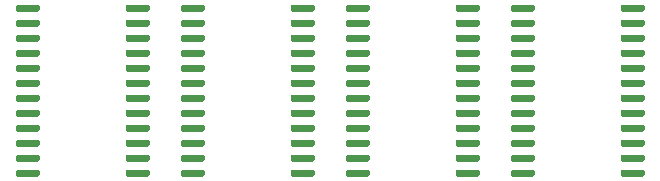
<source format=gbr>
%TF.GenerationSoftware,KiCad,Pcbnew,(5.1.10)-1*%
%TF.CreationDate,2021-07-09T12:12:20-04:00*%
%TF.ProjectId,RICM_pico,5249434d-5f70-4696-936f-2e6b69636164,rev?*%
%TF.SameCoordinates,Original*%
%TF.FileFunction,Paste,Top*%
%TF.FilePolarity,Positive*%
%FSLAX46Y46*%
G04 Gerber Fmt 4.6, Leading zero omitted, Abs format (unit mm)*
G04 Created by KiCad (PCBNEW (5.1.10)-1) date 2021-07-09 12:12:20*
%MOMM*%
%LPD*%
G01*
G04 APERTURE LIST*
G04 APERTURE END LIST*
%TO.C,U5*%
G36*
G01*
X170281000Y-121473000D02*
X170281000Y-121773000D01*
G75*
G02*
X170131000Y-121923000I-150000J0D01*
G01*
X168381000Y-121923000D01*
G75*
G02*
X168231000Y-121773000I0J150000D01*
G01*
X168231000Y-121473000D01*
G75*
G02*
X168381000Y-121323000I150000J0D01*
G01*
X170131000Y-121323000D01*
G75*
G02*
X170281000Y-121473000I0J-150000D01*
G01*
G37*
G36*
G01*
X170281000Y-120203000D02*
X170281000Y-120503000D01*
G75*
G02*
X170131000Y-120653000I-150000J0D01*
G01*
X168381000Y-120653000D01*
G75*
G02*
X168231000Y-120503000I0J150000D01*
G01*
X168231000Y-120203000D01*
G75*
G02*
X168381000Y-120053000I150000J0D01*
G01*
X170131000Y-120053000D01*
G75*
G02*
X170281000Y-120203000I0J-150000D01*
G01*
G37*
G36*
G01*
X170281000Y-118933000D02*
X170281000Y-119233000D01*
G75*
G02*
X170131000Y-119383000I-150000J0D01*
G01*
X168381000Y-119383000D01*
G75*
G02*
X168231000Y-119233000I0J150000D01*
G01*
X168231000Y-118933000D01*
G75*
G02*
X168381000Y-118783000I150000J0D01*
G01*
X170131000Y-118783000D01*
G75*
G02*
X170281000Y-118933000I0J-150000D01*
G01*
G37*
G36*
G01*
X170281000Y-117663000D02*
X170281000Y-117963000D01*
G75*
G02*
X170131000Y-118113000I-150000J0D01*
G01*
X168381000Y-118113000D01*
G75*
G02*
X168231000Y-117963000I0J150000D01*
G01*
X168231000Y-117663000D01*
G75*
G02*
X168381000Y-117513000I150000J0D01*
G01*
X170131000Y-117513000D01*
G75*
G02*
X170281000Y-117663000I0J-150000D01*
G01*
G37*
G36*
G01*
X170281000Y-116393000D02*
X170281000Y-116693000D01*
G75*
G02*
X170131000Y-116843000I-150000J0D01*
G01*
X168381000Y-116843000D01*
G75*
G02*
X168231000Y-116693000I0J150000D01*
G01*
X168231000Y-116393000D01*
G75*
G02*
X168381000Y-116243000I150000J0D01*
G01*
X170131000Y-116243000D01*
G75*
G02*
X170281000Y-116393000I0J-150000D01*
G01*
G37*
G36*
G01*
X170281000Y-115123000D02*
X170281000Y-115423000D01*
G75*
G02*
X170131000Y-115573000I-150000J0D01*
G01*
X168381000Y-115573000D01*
G75*
G02*
X168231000Y-115423000I0J150000D01*
G01*
X168231000Y-115123000D01*
G75*
G02*
X168381000Y-114973000I150000J0D01*
G01*
X170131000Y-114973000D01*
G75*
G02*
X170281000Y-115123000I0J-150000D01*
G01*
G37*
G36*
G01*
X170281000Y-113853000D02*
X170281000Y-114153000D01*
G75*
G02*
X170131000Y-114303000I-150000J0D01*
G01*
X168381000Y-114303000D01*
G75*
G02*
X168231000Y-114153000I0J150000D01*
G01*
X168231000Y-113853000D01*
G75*
G02*
X168381000Y-113703000I150000J0D01*
G01*
X170131000Y-113703000D01*
G75*
G02*
X170281000Y-113853000I0J-150000D01*
G01*
G37*
G36*
G01*
X170281000Y-112583000D02*
X170281000Y-112883000D01*
G75*
G02*
X170131000Y-113033000I-150000J0D01*
G01*
X168381000Y-113033000D01*
G75*
G02*
X168231000Y-112883000I0J150000D01*
G01*
X168231000Y-112583000D01*
G75*
G02*
X168381000Y-112433000I150000J0D01*
G01*
X170131000Y-112433000D01*
G75*
G02*
X170281000Y-112583000I0J-150000D01*
G01*
G37*
G36*
G01*
X170281000Y-111313000D02*
X170281000Y-111613000D01*
G75*
G02*
X170131000Y-111763000I-150000J0D01*
G01*
X168381000Y-111763000D01*
G75*
G02*
X168231000Y-111613000I0J150000D01*
G01*
X168231000Y-111313000D01*
G75*
G02*
X168381000Y-111163000I150000J0D01*
G01*
X170131000Y-111163000D01*
G75*
G02*
X170281000Y-111313000I0J-150000D01*
G01*
G37*
G36*
G01*
X170281000Y-110043000D02*
X170281000Y-110343000D01*
G75*
G02*
X170131000Y-110493000I-150000J0D01*
G01*
X168381000Y-110493000D01*
G75*
G02*
X168231000Y-110343000I0J150000D01*
G01*
X168231000Y-110043000D01*
G75*
G02*
X168381000Y-109893000I150000J0D01*
G01*
X170131000Y-109893000D01*
G75*
G02*
X170281000Y-110043000I0J-150000D01*
G01*
G37*
G36*
G01*
X170281000Y-108773000D02*
X170281000Y-109073000D01*
G75*
G02*
X170131000Y-109223000I-150000J0D01*
G01*
X168381000Y-109223000D01*
G75*
G02*
X168231000Y-109073000I0J150000D01*
G01*
X168231000Y-108773000D01*
G75*
G02*
X168381000Y-108623000I150000J0D01*
G01*
X170131000Y-108623000D01*
G75*
G02*
X170281000Y-108773000I0J-150000D01*
G01*
G37*
G36*
G01*
X170281000Y-107503000D02*
X170281000Y-107803000D01*
G75*
G02*
X170131000Y-107953000I-150000J0D01*
G01*
X168381000Y-107953000D01*
G75*
G02*
X168231000Y-107803000I0J150000D01*
G01*
X168231000Y-107503000D01*
G75*
G02*
X168381000Y-107353000I150000J0D01*
G01*
X170131000Y-107353000D01*
G75*
G02*
X170281000Y-107503000I0J-150000D01*
G01*
G37*
G36*
G01*
X160981000Y-107503000D02*
X160981000Y-107803000D01*
G75*
G02*
X160831000Y-107953000I-150000J0D01*
G01*
X159081000Y-107953000D01*
G75*
G02*
X158931000Y-107803000I0J150000D01*
G01*
X158931000Y-107503000D01*
G75*
G02*
X159081000Y-107353000I150000J0D01*
G01*
X160831000Y-107353000D01*
G75*
G02*
X160981000Y-107503000I0J-150000D01*
G01*
G37*
G36*
G01*
X160981000Y-108773000D02*
X160981000Y-109073000D01*
G75*
G02*
X160831000Y-109223000I-150000J0D01*
G01*
X159081000Y-109223000D01*
G75*
G02*
X158931000Y-109073000I0J150000D01*
G01*
X158931000Y-108773000D01*
G75*
G02*
X159081000Y-108623000I150000J0D01*
G01*
X160831000Y-108623000D01*
G75*
G02*
X160981000Y-108773000I0J-150000D01*
G01*
G37*
G36*
G01*
X160981000Y-110043000D02*
X160981000Y-110343000D01*
G75*
G02*
X160831000Y-110493000I-150000J0D01*
G01*
X159081000Y-110493000D01*
G75*
G02*
X158931000Y-110343000I0J150000D01*
G01*
X158931000Y-110043000D01*
G75*
G02*
X159081000Y-109893000I150000J0D01*
G01*
X160831000Y-109893000D01*
G75*
G02*
X160981000Y-110043000I0J-150000D01*
G01*
G37*
G36*
G01*
X160981000Y-111313000D02*
X160981000Y-111613000D01*
G75*
G02*
X160831000Y-111763000I-150000J0D01*
G01*
X159081000Y-111763000D01*
G75*
G02*
X158931000Y-111613000I0J150000D01*
G01*
X158931000Y-111313000D01*
G75*
G02*
X159081000Y-111163000I150000J0D01*
G01*
X160831000Y-111163000D01*
G75*
G02*
X160981000Y-111313000I0J-150000D01*
G01*
G37*
G36*
G01*
X160981000Y-112583000D02*
X160981000Y-112883000D01*
G75*
G02*
X160831000Y-113033000I-150000J0D01*
G01*
X159081000Y-113033000D01*
G75*
G02*
X158931000Y-112883000I0J150000D01*
G01*
X158931000Y-112583000D01*
G75*
G02*
X159081000Y-112433000I150000J0D01*
G01*
X160831000Y-112433000D01*
G75*
G02*
X160981000Y-112583000I0J-150000D01*
G01*
G37*
G36*
G01*
X160981000Y-113853000D02*
X160981000Y-114153000D01*
G75*
G02*
X160831000Y-114303000I-150000J0D01*
G01*
X159081000Y-114303000D01*
G75*
G02*
X158931000Y-114153000I0J150000D01*
G01*
X158931000Y-113853000D01*
G75*
G02*
X159081000Y-113703000I150000J0D01*
G01*
X160831000Y-113703000D01*
G75*
G02*
X160981000Y-113853000I0J-150000D01*
G01*
G37*
G36*
G01*
X160981000Y-115123000D02*
X160981000Y-115423000D01*
G75*
G02*
X160831000Y-115573000I-150000J0D01*
G01*
X159081000Y-115573000D01*
G75*
G02*
X158931000Y-115423000I0J150000D01*
G01*
X158931000Y-115123000D01*
G75*
G02*
X159081000Y-114973000I150000J0D01*
G01*
X160831000Y-114973000D01*
G75*
G02*
X160981000Y-115123000I0J-150000D01*
G01*
G37*
G36*
G01*
X160981000Y-116393000D02*
X160981000Y-116693000D01*
G75*
G02*
X160831000Y-116843000I-150000J0D01*
G01*
X159081000Y-116843000D01*
G75*
G02*
X158931000Y-116693000I0J150000D01*
G01*
X158931000Y-116393000D01*
G75*
G02*
X159081000Y-116243000I150000J0D01*
G01*
X160831000Y-116243000D01*
G75*
G02*
X160981000Y-116393000I0J-150000D01*
G01*
G37*
G36*
G01*
X160981000Y-117663000D02*
X160981000Y-117963000D01*
G75*
G02*
X160831000Y-118113000I-150000J0D01*
G01*
X159081000Y-118113000D01*
G75*
G02*
X158931000Y-117963000I0J150000D01*
G01*
X158931000Y-117663000D01*
G75*
G02*
X159081000Y-117513000I150000J0D01*
G01*
X160831000Y-117513000D01*
G75*
G02*
X160981000Y-117663000I0J-150000D01*
G01*
G37*
G36*
G01*
X160981000Y-118933000D02*
X160981000Y-119233000D01*
G75*
G02*
X160831000Y-119383000I-150000J0D01*
G01*
X159081000Y-119383000D01*
G75*
G02*
X158931000Y-119233000I0J150000D01*
G01*
X158931000Y-118933000D01*
G75*
G02*
X159081000Y-118783000I150000J0D01*
G01*
X160831000Y-118783000D01*
G75*
G02*
X160981000Y-118933000I0J-150000D01*
G01*
G37*
G36*
G01*
X160981000Y-120203000D02*
X160981000Y-120503000D01*
G75*
G02*
X160831000Y-120653000I-150000J0D01*
G01*
X159081000Y-120653000D01*
G75*
G02*
X158931000Y-120503000I0J150000D01*
G01*
X158931000Y-120203000D01*
G75*
G02*
X159081000Y-120053000I150000J0D01*
G01*
X160831000Y-120053000D01*
G75*
G02*
X160981000Y-120203000I0J-150000D01*
G01*
G37*
G36*
G01*
X160981000Y-121473000D02*
X160981000Y-121773000D01*
G75*
G02*
X160831000Y-121923000I-150000J0D01*
G01*
X159081000Y-121923000D01*
G75*
G02*
X158931000Y-121773000I0J150000D01*
G01*
X158931000Y-121473000D01*
G75*
G02*
X159081000Y-121323000I150000J0D01*
G01*
X160831000Y-121323000D01*
G75*
G02*
X160981000Y-121473000I0J-150000D01*
G01*
G37*
%TD*%
%TO.C,U4*%
G36*
G01*
X156311000Y-121473000D02*
X156311000Y-121773000D01*
G75*
G02*
X156161000Y-121923000I-150000J0D01*
G01*
X154411000Y-121923000D01*
G75*
G02*
X154261000Y-121773000I0J150000D01*
G01*
X154261000Y-121473000D01*
G75*
G02*
X154411000Y-121323000I150000J0D01*
G01*
X156161000Y-121323000D01*
G75*
G02*
X156311000Y-121473000I0J-150000D01*
G01*
G37*
G36*
G01*
X156311000Y-120203000D02*
X156311000Y-120503000D01*
G75*
G02*
X156161000Y-120653000I-150000J0D01*
G01*
X154411000Y-120653000D01*
G75*
G02*
X154261000Y-120503000I0J150000D01*
G01*
X154261000Y-120203000D01*
G75*
G02*
X154411000Y-120053000I150000J0D01*
G01*
X156161000Y-120053000D01*
G75*
G02*
X156311000Y-120203000I0J-150000D01*
G01*
G37*
G36*
G01*
X156311000Y-118933000D02*
X156311000Y-119233000D01*
G75*
G02*
X156161000Y-119383000I-150000J0D01*
G01*
X154411000Y-119383000D01*
G75*
G02*
X154261000Y-119233000I0J150000D01*
G01*
X154261000Y-118933000D01*
G75*
G02*
X154411000Y-118783000I150000J0D01*
G01*
X156161000Y-118783000D01*
G75*
G02*
X156311000Y-118933000I0J-150000D01*
G01*
G37*
G36*
G01*
X156311000Y-117663000D02*
X156311000Y-117963000D01*
G75*
G02*
X156161000Y-118113000I-150000J0D01*
G01*
X154411000Y-118113000D01*
G75*
G02*
X154261000Y-117963000I0J150000D01*
G01*
X154261000Y-117663000D01*
G75*
G02*
X154411000Y-117513000I150000J0D01*
G01*
X156161000Y-117513000D01*
G75*
G02*
X156311000Y-117663000I0J-150000D01*
G01*
G37*
G36*
G01*
X156311000Y-116393000D02*
X156311000Y-116693000D01*
G75*
G02*
X156161000Y-116843000I-150000J0D01*
G01*
X154411000Y-116843000D01*
G75*
G02*
X154261000Y-116693000I0J150000D01*
G01*
X154261000Y-116393000D01*
G75*
G02*
X154411000Y-116243000I150000J0D01*
G01*
X156161000Y-116243000D01*
G75*
G02*
X156311000Y-116393000I0J-150000D01*
G01*
G37*
G36*
G01*
X156311000Y-115123000D02*
X156311000Y-115423000D01*
G75*
G02*
X156161000Y-115573000I-150000J0D01*
G01*
X154411000Y-115573000D01*
G75*
G02*
X154261000Y-115423000I0J150000D01*
G01*
X154261000Y-115123000D01*
G75*
G02*
X154411000Y-114973000I150000J0D01*
G01*
X156161000Y-114973000D01*
G75*
G02*
X156311000Y-115123000I0J-150000D01*
G01*
G37*
G36*
G01*
X156311000Y-113853000D02*
X156311000Y-114153000D01*
G75*
G02*
X156161000Y-114303000I-150000J0D01*
G01*
X154411000Y-114303000D01*
G75*
G02*
X154261000Y-114153000I0J150000D01*
G01*
X154261000Y-113853000D01*
G75*
G02*
X154411000Y-113703000I150000J0D01*
G01*
X156161000Y-113703000D01*
G75*
G02*
X156311000Y-113853000I0J-150000D01*
G01*
G37*
G36*
G01*
X156311000Y-112583000D02*
X156311000Y-112883000D01*
G75*
G02*
X156161000Y-113033000I-150000J0D01*
G01*
X154411000Y-113033000D01*
G75*
G02*
X154261000Y-112883000I0J150000D01*
G01*
X154261000Y-112583000D01*
G75*
G02*
X154411000Y-112433000I150000J0D01*
G01*
X156161000Y-112433000D01*
G75*
G02*
X156311000Y-112583000I0J-150000D01*
G01*
G37*
G36*
G01*
X156311000Y-111313000D02*
X156311000Y-111613000D01*
G75*
G02*
X156161000Y-111763000I-150000J0D01*
G01*
X154411000Y-111763000D01*
G75*
G02*
X154261000Y-111613000I0J150000D01*
G01*
X154261000Y-111313000D01*
G75*
G02*
X154411000Y-111163000I150000J0D01*
G01*
X156161000Y-111163000D01*
G75*
G02*
X156311000Y-111313000I0J-150000D01*
G01*
G37*
G36*
G01*
X156311000Y-110043000D02*
X156311000Y-110343000D01*
G75*
G02*
X156161000Y-110493000I-150000J0D01*
G01*
X154411000Y-110493000D01*
G75*
G02*
X154261000Y-110343000I0J150000D01*
G01*
X154261000Y-110043000D01*
G75*
G02*
X154411000Y-109893000I150000J0D01*
G01*
X156161000Y-109893000D01*
G75*
G02*
X156311000Y-110043000I0J-150000D01*
G01*
G37*
G36*
G01*
X156311000Y-108773000D02*
X156311000Y-109073000D01*
G75*
G02*
X156161000Y-109223000I-150000J0D01*
G01*
X154411000Y-109223000D01*
G75*
G02*
X154261000Y-109073000I0J150000D01*
G01*
X154261000Y-108773000D01*
G75*
G02*
X154411000Y-108623000I150000J0D01*
G01*
X156161000Y-108623000D01*
G75*
G02*
X156311000Y-108773000I0J-150000D01*
G01*
G37*
G36*
G01*
X156311000Y-107503000D02*
X156311000Y-107803000D01*
G75*
G02*
X156161000Y-107953000I-150000J0D01*
G01*
X154411000Y-107953000D01*
G75*
G02*
X154261000Y-107803000I0J150000D01*
G01*
X154261000Y-107503000D01*
G75*
G02*
X154411000Y-107353000I150000J0D01*
G01*
X156161000Y-107353000D01*
G75*
G02*
X156311000Y-107503000I0J-150000D01*
G01*
G37*
G36*
G01*
X147011000Y-107503000D02*
X147011000Y-107803000D01*
G75*
G02*
X146861000Y-107953000I-150000J0D01*
G01*
X145111000Y-107953000D01*
G75*
G02*
X144961000Y-107803000I0J150000D01*
G01*
X144961000Y-107503000D01*
G75*
G02*
X145111000Y-107353000I150000J0D01*
G01*
X146861000Y-107353000D01*
G75*
G02*
X147011000Y-107503000I0J-150000D01*
G01*
G37*
G36*
G01*
X147011000Y-108773000D02*
X147011000Y-109073000D01*
G75*
G02*
X146861000Y-109223000I-150000J0D01*
G01*
X145111000Y-109223000D01*
G75*
G02*
X144961000Y-109073000I0J150000D01*
G01*
X144961000Y-108773000D01*
G75*
G02*
X145111000Y-108623000I150000J0D01*
G01*
X146861000Y-108623000D01*
G75*
G02*
X147011000Y-108773000I0J-150000D01*
G01*
G37*
G36*
G01*
X147011000Y-110043000D02*
X147011000Y-110343000D01*
G75*
G02*
X146861000Y-110493000I-150000J0D01*
G01*
X145111000Y-110493000D01*
G75*
G02*
X144961000Y-110343000I0J150000D01*
G01*
X144961000Y-110043000D01*
G75*
G02*
X145111000Y-109893000I150000J0D01*
G01*
X146861000Y-109893000D01*
G75*
G02*
X147011000Y-110043000I0J-150000D01*
G01*
G37*
G36*
G01*
X147011000Y-111313000D02*
X147011000Y-111613000D01*
G75*
G02*
X146861000Y-111763000I-150000J0D01*
G01*
X145111000Y-111763000D01*
G75*
G02*
X144961000Y-111613000I0J150000D01*
G01*
X144961000Y-111313000D01*
G75*
G02*
X145111000Y-111163000I150000J0D01*
G01*
X146861000Y-111163000D01*
G75*
G02*
X147011000Y-111313000I0J-150000D01*
G01*
G37*
G36*
G01*
X147011000Y-112583000D02*
X147011000Y-112883000D01*
G75*
G02*
X146861000Y-113033000I-150000J0D01*
G01*
X145111000Y-113033000D01*
G75*
G02*
X144961000Y-112883000I0J150000D01*
G01*
X144961000Y-112583000D01*
G75*
G02*
X145111000Y-112433000I150000J0D01*
G01*
X146861000Y-112433000D01*
G75*
G02*
X147011000Y-112583000I0J-150000D01*
G01*
G37*
G36*
G01*
X147011000Y-113853000D02*
X147011000Y-114153000D01*
G75*
G02*
X146861000Y-114303000I-150000J0D01*
G01*
X145111000Y-114303000D01*
G75*
G02*
X144961000Y-114153000I0J150000D01*
G01*
X144961000Y-113853000D01*
G75*
G02*
X145111000Y-113703000I150000J0D01*
G01*
X146861000Y-113703000D01*
G75*
G02*
X147011000Y-113853000I0J-150000D01*
G01*
G37*
G36*
G01*
X147011000Y-115123000D02*
X147011000Y-115423000D01*
G75*
G02*
X146861000Y-115573000I-150000J0D01*
G01*
X145111000Y-115573000D01*
G75*
G02*
X144961000Y-115423000I0J150000D01*
G01*
X144961000Y-115123000D01*
G75*
G02*
X145111000Y-114973000I150000J0D01*
G01*
X146861000Y-114973000D01*
G75*
G02*
X147011000Y-115123000I0J-150000D01*
G01*
G37*
G36*
G01*
X147011000Y-116393000D02*
X147011000Y-116693000D01*
G75*
G02*
X146861000Y-116843000I-150000J0D01*
G01*
X145111000Y-116843000D01*
G75*
G02*
X144961000Y-116693000I0J150000D01*
G01*
X144961000Y-116393000D01*
G75*
G02*
X145111000Y-116243000I150000J0D01*
G01*
X146861000Y-116243000D01*
G75*
G02*
X147011000Y-116393000I0J-150000D01*
G01*
G37*
G36*
G01*
X147011000Y-117663000D02*
X147011000Y-117963000D01*
G75*
G02*
X146861000Y-118113000I-150000J0D01*
G01*
X145111000Y-118113000D01*
G75*
G02*
X144961000Y-117963000I0J150000D01*
G01*
X144961000Y-117663000D01*
G75*
G02*
X145111000Y-117513000I150000J0D01*
G01*
X146861000Y-117513000D01*
G75*
G02*
X147011000Y-117663000I0J-150000D01*
G01*
G37*
G36*
G01*
X147011000Y-118933000D02*
X147011000Y-119233000D01*
G75*
G02*
X146861000Y-119383000I-150000J0D01*
G01*
X145111000Y-119383000D01*
G75*
G02*
X144961000Y-119233000I0J150000D01*
G01*
X144961000Y-118933000D01*
G75*
G02*
X145111000Y-118783000I150000J0D01*
G01*
X146861000Y-118783000D01*
G75*
G02*
X147011000Y-118933000I0J-150000D01*
G01*
G37*
G36*
G01*
X147011000Y-120203000D02*
X147011000Y-120503000D01*
G75*
G02*
X146861000Y-120653000I-150000J0D01*
G01*
X145111000Y-120653000D01*
G75*
G02*
X144961000Y-120503000I0J150000D01*
G01*
X144961000Y-120203000D01*
G75*
G02*
X145111000Y-120053000I150000J0D01*
G01*
X146861000Y-120053000D01*
G75*
G02*
X147011000Y-120203000I0J-150000D01*
G01*
G37*
G36*
G01*
X147011000Y-121473000D02*
X147011000Y-121773000D01*
G75*
G02*
X146861000Y-121923000I-150000J0D01*
G01*
X145111000Y-121923000D01*
G75*
G02*
X144961000Y-121773000I0J150000D01*
G01*
X144961000Y-121473000D01*
G75*
G02*
X145111000Y-121323000I150000J0D01*
G01*
X146861000Y-121323000D01*
G75*
G02*
X147011000Y-121473000I0J-150000D01*
G01*
G37*
%TD*%
%TO.C,U3*%
G36*
G01*
X142341000Y-121473000D02*
X142341000Y-121773000D01*
G75*
G02*
X142191000Y-121923000I-150000J0D01*
G01*
X140441000Y-121923000D01*
G75*
G02*
X140291000Y-121773000I0J150000D01*
G01*
X140291000Y-121473000D01*
G75*
G02*
X140441000Y-121323000I150000J0D01*
G01*
X142191000Y-121323000D01*
G75*
G02*
X142341000Y-121473000I0J-150000D01*
G01*
G37*
G36*
G01*
X142341000Y-120203000D02*
X142341000Y-120503000D01*
G75*
G02*
X142191000Y-120653000I-150000J0D01*
G01*
X140441000Y-120653000D01*
G75*
G02*
X140291000Y-120503000I0J150000D01*
G01*
X140291000Y-120203000D01*
G75*
G02*
X140441000Y-120053000I150000J0D01*
G01*
X142191000Y-120053000D01*
G75*
G02*
X142341000Y-120203000I0J-150000D01*
G01*
G37*
G36*
G01*
X142341000Y-118933000D02*
X142341000Y-119233000D01*
G75*
G02*
X142191000Y-119383000I-150000J0D01*
G01*
X140441000Y-119383000D01*
G75*
G02*
X140291000Y-119233000I0J150000D01*
G01*
X140291000Y-118933000D01*
G75*
G02*
X140441000Y-118783000I150000J0D01*
G01*
X142191000Y-118783000D01*
G75*
G02*
X142341000Y-118933000I0J-150000D01*
G01*
G37*
G36*
G01*
X142341000Y-117663000D02*
X142341000Y-117963000D01*
G75*
G02*
X142191000Y-118113000I-150000J0D01*
G01*
X140441000Y-118113000D01*
G75*
G02*
X140291000Y-117963000I0J150000D01*
G01*
X140291000Y-117663000D01*
G75*
G02*
X140441000Y-117513000I150000J0D01*
G01*
X142191000Y-117513000D01*
G75*
G02*
X142341000Y-117663000I0J-150000D01*
G01*
G37*
G36*
G01*
X142341000Y-116393000D02*
X142341000Y-116693000D01*
G75*
G02*
X142191000Y-116843000I-150000J0D01*
G01*
X140441000Y-116843000D01*
G75*
G02*
X140291000Y-116693000I0J150000D01*
G01*
X140291000Y-116393000D01*
G75*
G02*
X140441000Y-116243000I150000J0D01*
G01*
X142191000Y-116243000D01*
G75*
G02*
X142341000Y-116393000I0J-150000D01*
G01*
G37*
G36*
G01*
X142341000Y-115123000D02*
X142341000Y-115423000D01*
G75*
G02*
X142191000Y-115573000I-150000J0D01*
G01*
X140441000Y-115573000D01*
G75*
G02*
X140291000Y-115423000I0J150000D01*
G01*
X140291000Y-115123000D01*
G75*
G02*
X140441000Y-114973000I150000J0D01*
G01*
X142191000Y-114973000D01*
G75*
G02*
X142341000Y-115123000I0J-150000D01*
G01*
G37*
G36*
G01*
X142341000Y-113853000D02*
X142341000Y-114153000D01*
G75*
G02*
X142191000Y-114303000I-150000J0D01*
G01*
X140441000Y-114303000D01*
G75*
G02*
X140291000Y-114153000I0J150000D01*
G01*
X140291000Y-113853000D01*
G75*
G02*
X140441000Y-113703000I150000J0D01*
G01*
X142191000Y-113703000D01*
G75*
G02*
X142341000Y-113853000I0J-150000D01*
G01*
G37*
G36*
G01*
X142341000Y-112583000D02*
X142341000Y-112883000D01*
G75*
G02*
X142191000Y-113033000I-150000J0D01*
G01*
X140441000Y-113033000D01*
G75*
G02*
X140291000Y-112883000I0J150000D01*
G01*
X140291000Y-112583000D01*
G75*
G02*
X140441000Y-112433000I150000J0D01*
G01*
X142191000Y-112433000D01*
G75*
G02*
X142341000Y-112583000I0J-150000D01*
G01*
G37*
G36*
G01*
X142341000Y-111313000D02*
X142341000Y-111613000D01*
G75*
G02*
X142191000Y-111763000I-150000J0D01*
G01*
X140441000Y-111763000D01*
G75*
G02*
X140291000Y-111613000I0J150000D01*
G01*
X140291000Y-111313000D01*
G75*
G02*
X140441000Y-111163000I150000J0D01*
G01*
X142191000Y-111163000D01*
G75*
G02*
X142341000Y-111313000I0J-150000D01*
G01*
G37*
G36*
G01*
X142341000Y-110043000D02*
X142341000Y-110343000D01*
G75*
G02*
X142191000Y-110493000I-150000J0D01*
G01*
X140441000Y-110493000D01*
G75*
G02*
X140291000Y-110343000I0J150000D01*
G01*
X140291000Y-110043000D01*
G75*
G02*
X140441000Y-109893000I150000J0D01*
G01*
X142191000Y-109893000D01*
G75*
G02*
X142341000Y-110043000I0J-150000D01*
G01*
G37*
G36*
G01*
X142341000Y-108773000D02*
X142341000Y-109073000D01*
G75*
G02*
X142191000Y-109223000I-150000J0D01*
G01*
X140441000Y-109223000D01*
G75*
G02*
X140291000Y-109073000I0J150000D01*
G01*
X140291000Y-108773000D01*
G75*
G02*
X140441000Y-108623000I150000J0D01*
G01*
X142191000Y-108623000D01*
G75*
G02*
X142341000Y-108773000I0J-150000D01*
G01*
G37*
G36*
G01*
X142341000Y-107503000D02*
X142341000Y-107803000D01*
G75*
G02*
X142191000Y-107953000I-150000J0D01*
G01*
X140441000Y-107953000D01*
G75*
G02*
X140291000Y-107803000I0J150000D01*
G01*
X140291000Y-107503000D01*
G75*
G02*
X140441000Y-107353000I150000J0D01*
G01*
X142191000Y-107353000D01*
G75*
G02*
X142341000Y-107503000I0J-150000D01*
G01*
G37*
G36*
G01*
X133041000Y-107503000D02*
X133041000Y-107803000D01*
G75*
G02*
X132891000Y-107953000I-150000J0D01*
G01*
X131141000Y-107953000D01*
G75*
G02*
X130991000Y-107803000I0J150000D01*
G01*
X130991000Y-107503000D01*
G75*
G02*
X131141000Y-107353000I150000J0D01*
G01*
X132891000Y-107353000D01*
G75*
G02*
X133041000Y-107503000I0J-150000D01*
G01*
G37*
G36*
G01*
X133041000Y-108773000D02*
X133041000Y-109073000D01*
G75*
G02*
X132891000Y-109223000I-150000J0D01*
G01*
X131141000Y-109223000D01*
G75*
G02*
X130991000Y-109073000I0J150000D01*
G01*
X130991000Y-108773000D01*
G75*
G02*
X131141000Y-108623000I150000J0D01*
G01*
X132891000Y-108623000D01*
G75*
G02*
X133041000Y-108773000I0J-150000D01*
G01*
G37*
G36*
G01*
X133041000Y-110043000D02*
X133041000Y-110343000D01*
G75*
G02*
X132891000Y-110493000I-150000J0D01*
G01*
X131141000Y-110493000D01*
G75*
G02*
X130991000Y-110343000I0J150000D01*
G01*
X130991000Y-110043000D01*
G75*
G02*
X131141000Y-109893000I150000J0D01*
G01*
X132891000Y-109893000D01*
G75*
G02*
X133041000Y-110043000I0J-150000D01*
G01*
G37*
G36*
G01*
X133041000Y-111313000D02*
X133041000Y-111613000D01*
G75*
G02*
X132891000Y-111763000I-150000J0D01*
G01*
X131141000Y-111763000D01*
G75*
G02*
X130991000Y-111613000I0J150000D01*
G01*
X130991000Y-111313000D01*
G75*
G02*
X131141000Y-111163000I150000J0D01*
G01*
X132891000Y-111163000D01*
G75*
G02*
X133041000Y-111313000I0J-150000D01*
G01*
G37*
G36*
G01*
X133041000Y-112583000D02*
X133041000Y-112883000D01*
G75*
G02*
X132891000Y-113033000I-150000J0D01*
G01*
X131141000Y-113033000D01*
G75*
G02*
X130991000Y-112883000I0J150000D01*
G01*
X130991000Y-112583000D01*
G75*
G02*
X131141000Y-112433000I150000J0D01*
G01*
X132891000Y-112433000D01*
G75*
G02*
X133041000Y-112583000I0J-150000D01*
G01*
G37*
G36*
G01*
X133041000Y-113853000D02*
X133041000Y-114153000D01*
G75*
G02*
X132891000Y-114303000I-150000J0D01*
G01*
X131141000Y-114303000D01*
G75*
G02*
X130991000Y-114153000I0J150000D01*
G01*
X130991000Y-113853000D01*
G75*
G02*
X131141000Y-113703000I150000J0D01*
G01*
X132891000Y-113703000D01*
G75*
G02*
X133041000Y-113853000I0J-150000D01*
G01*
G37*
G36*
G01*
X133041000Y-115123000D02*
X133041000Y-115423000D01*
G75*
G02*
X132891000Y-115573000I-150000J0D01*
G01*
X131141000Y-115573000D01*
G75*
G02*
X130991000Y-115423000I0J150000D01*
G01*
X130991000Y-115123000D01*
G75*
G02*
X131141000Y-114973000I150000J0D01*
G01*
X132891000Y-114973000D01*
G75*
G02*
X133041000Y-115123000I0J-150000D01*
G01*
G37*
G36*
G01*
X133041000Y-116393000D02*
X133041000Y-116693000D01*
G75*
G02*
X132891000Y-116843000I-150000J0D01*
G01*
X131141000Y-116843000D01*
G75*
G02*
X130991000Y-116693000I0J150000D01*
G01*
X130991000Y-116393000D01*
G75*
G02*
X131141000Y-116243000I150000J0D01*
G01*
X132891000Y-116243000D01*
G75*
G02*
X133041000Y-116393000I0J-150000D01*
G01*
G37*
G36*
G01*
X133041000Y-117663000D02*
X133041000Y-117963000D01*
G75*
G02*
X132891000Y-118113000I-150000J0D01*
G01*
X131141000Y-118113000D01*
G75*
G02*
X130991000Y-117963000I0J150000D01*
G01*
X130991000Y-117663000D01*
G75*
G02*
X131141000Y-117513000I150000J0D01*
G01*
X132891000Y-117513000D01*
G75*
G02*
X133041000Y-117663000I0J-150000D01*
G01*
G37*
G36*
G01*
X133041000Y-118933000D02*
X133041000Y-119233000D01*
G75*
G02*
X132891000Y-119383000I-150000J0D01*
G01*
X131141000Y-119383000D01*
G75*
G02*
X130991000Y-119233000I0J150000D01*
G01*
X130991000Y-118933000D01*
G75*
G02*
X131141000Y-118783000I150000J0D01*
G01*
X132891000Y-118783000D01*
G75*
G02*
X133041000Y-118933000I0J-150000D01*
G01*
G37*
G36*
G01*
X133041000Y-120203000D02*
X133041000Y-120503000D01*
G75*
G02*
X132891000Y-120653000I-150000J0D01*
G01*
X131141000Y-120653000D01*
G75*
G02*
X130991000Y-120503000I0J150000D01*
G01*
X130991000Y-120203000D01*
G75*
G02*
X131141000Y-120053000I150000J0D01*
G01*
X132891000Y-120053000D01*
G75*
G02*
X133041000Y-120203000I0J-150000D01*
G01*
G37*
G36*
G01*
X133041000Y-121473000D02*
X133041000Y-121773000D01*
G75*
G02*
X132891000Y-121923000I-150000J0D01*
G01*
X131141000Y-121923000D01*
G75*
G02*
X130991000Y-121773000I0J150000D01*
G01*
X130991000Y-121473000D01*
G75*
G02*
X131141000Y-121323000I150000J0D01*
G01*
X132891000Y-121323000D01*
G75*
G02*
X133041000Y-121473000I0J-150000D01*
G01*
G37*
%TD*%
%TO.C,U2*%
G36*
G01*
X184251000Y-121473000D02*
X184251000Y-121773000D01*
G75*
G02*
X184101000Y-121923000I-150000J0D01*
G01*
X182351000Y-121923000D01*
G75*
G02*
X182201000Y-121773000I0J150000D01*
G01*
X182201000Y-121473000D01*
G75*
G02*
X182351000Y-121323000I150000J0D01*
G01*
X184101000Y-121323000D01*
G75*
G02*
X184251000Y-121473000I0J-150000D01*
G01*
G37*
G36*
G01*
X184251000Y-120203000D02*
X184251000Y-120503000D01*
G75*
G02*
X184101000Y-120653000I-150000J0D01*
G01*
X182351000Y-120653000D01*
G75*
G02*
X182201000Y-120503000I0J150000D01*
G01*
X182201000Y-120203000D01*
G75*
G02*
X182351000Y-120053000I150000J0D01*
G01*
X184101000Y-120053000D01*
G75*
G02*
X184251000Y-120203000I0J-150000D01*
G01*
G37*
G36*
G01*
X184251000Y-118933000D02*
X184251000Y-119233000D01*
G75*
G02*
X184101000Y-119383000I-150000J0D01*
G01*
X182351000Y-119383000D01*
G75*
G02*
X182201000Y-119233000I0J150000D01*
G01*
X182201000Y-118933000D01*
G75*
G02*
X182351000Y-118783000I150000J0D01*
G01*
X184101000Y-118783000D01*
G75*
G02*
X184251000Y-118933000I0J-150000D01*
G01*
G37*
G36*
G01*
X184251000Y-117663000D02*
X184251000Y-117963000D01*
G75*
G02*
X184101000Y-118113000I-150000J0D01*
G01*
X182351000Y-118113000D01*
G75*
G02*
X182201000Y-117963000I0J150000D01*
G01*
X182201000Y-117663000D01*
G75*
G02*
X182351000Y-117513000I150000J0D01*
G01*
X184101000Y-117513000D01*
G75*
G02*
X184251000Y-117663000I0J-150000D01*
G01*
G37*
G36*
G01*
X184251000Y-116393000D02*
X184251000Y-116693000D01*
G75*
G02*
X184101000Y-116843000I-150000J0D01*
G01*
X182351000Y-116843000D01*
G75*
G02*
X182201000Y-116693000I0J150000D01*
G01*
X182201000Y-116393000D01*
G75*
G02*
X182351000Y-116243000I150000J0D01*
G01*
X184101000Y-116243000D01*
G75*
G02*
X184251000Y-116393000I0J-150000D01*
G01*
G37*
G36*
G01*
X184251000Y-115123000D02*
X184251000Y-115423000D01*
G75*
G02*
X184101000Y-115573000I-150000J0D01*
G01*
X182351000Y-115573000D01*
G75*
G02*
X182201000Y-115423000I0J150000D01*
G01*
X182201000Y-115123000D01*
G75*
G02*
X182351000Y-114973000I150000J0D01*
G01*
X184101000Y-114973000D01*
G75*
G02*
X184251000Y-115123000I0J-150000D01*
G01*
G37*
G36*
G01*
X184251000Y-113853000D02*
X184251000Y-114153000D01*
G75*
G02*
X184101000Y-114303000I-150000J0D01*
G01*
X182351000Y-114303000D01*
G75*
G02*
X182201000Y-114153000I0J150000D01*
G01*
X182201000Y-113853000D01*
G75*
G02*
X182351000Y-113703000I150000J0D01*
G01*
X184101000Y-113703000D01*
G75*
G02*
X184251000Y-113853000I0J-150000D01*
G01*
G37*
G36*
G01*
X184251000Y-112583000D02*
X184251000Y-112883000D01*
G75*
G02*
X184101000Y-113033000I-150000J0D01*
G01*
X182351000Y-113033000D01*
G75*
G02*
X182201000Y-112883000I0J150000D01*
G01*
X182201000Y-112583000D01*
G75*
G02*
X182351000Y-112433000I150000J0D01*
G01*
X184101000Y-112433000D01*
G75*
G02*
X184251000Y-112583000I0J-150000D01*
G01*
G37*
G36*
G01*
X184251000Y-111313000D02*
X184251000Y-111613000D01*
G75*
G02*
X184101000Y-111763000I-150000J0D01*
G01*
X182351000Y-111763000D01*
G75*
G02*
X182201000Y-111613000I0J150000D01*
G01*
X182201000Y-111313000D01*
G75*
G02*
X182351000Y-111163000I150000J0D01*
G01*
X184101000Y-111163000D01*
G75*
G02*
X184251000Y-111313000I0J-150000D01*
G01*
G37*
G36*
G01*
X184251000Y-110043000D02*
X184251000Y-110343000D01*
G75*
G02*
X184101000Y-110493000I-150000J0D01*
G01*
X182351000Y-110493000D01*
G75*
G02*
X182201000Y-110343000I0J150000D01*
G01*
X182201000Y-110043000D01*
G75*
G02*
X182351000Y-109893000I150000J0D01*
G01*
X184101000Y-109893000D01*
G75*
G02*
X184251000Y-110043000I0J-150000D01*
G01*
G37*
G36*
G01*
X184251000Y-108773000D02*
X184251000Y-109073000D01*
G75*
G02*
X184101000Y-109223000I-150000J0D01*
G01*
X182351000Y-109223000D01*
G75*
G02*
X182201000Y-109073000I0J150000D01*
G01*
X182201000Y-108773000D01*
G75*
G02*
X182351000Y-108623000I150000J0D01*
G01*
X184101000Y-108623000D01*
G75*
G02*
X184251000Y-108773000I0J-150000D01*
G01*
G37*
G36*
G01*
X184251000Y-107503000D02*
X184251000Y-107803000D01*
G75*
G02*
X184101000Y-107953000I-150000J0D01*
G01*
X182351000Y-107953000D01*
G75*
G02*
X182201000Y-107803000I0J150000D01*
G01*
X182201000Y-107503000D01*
G75*
G02*
X182351000Y-107353000I150000J0D01*
G01*
X184101000Y-107353000D01*
G75*
G02*
X184251000Y-107503000I0J-150000D01*
G01*
G37*
G36*
G01*
X174951000Y-107503000D02*
X174951000Y-107803000D01*
G75*
G02*
X174801000Y-107953000I-150000J0D01*
G01*
X173051000Y-107953000D01*
G75*
G02*
X172901000Y-107803000I0J150000D01*
G01*
X172901000Y-107503000D01*
G75*
G02*
X173051000Y-107353000I150000J0D01*
G01*
X174801000Y-107353000D01*
G75*
G02*
X174951000Y-107503000I0J-150000D01*
G01*
G37*
G36*
G01*
X174951000Y-108773000D02*
X174951000Y-109073000D01*
G75*
G02*
X174801000Y-109223000I-150000J0D01*
G01*
X173051000Y-109223000D01*
G75*
G02*
X172901000Y-109073000I0J150000D01*
G01*
X172901000Y-108773000D01*
G75*
G02*
X173051000Y-108623000I150000J0D01*
G01*
X174801000Y-108623000D01*
G75*
G02*
X174951000Y-108773000I0J-150000D01*
G01*
G37*
G36*
G01*
X174951000Y-110043000D02*
X174951000Y-110343000D01*
G75*
G02*
X174801000Y-110493000I-150000J0D01*
G01*
X173051000Y-110493000D01*
G75*
G02*
X172901000Y-110343000I0J150000D01*
G01*
X172901000Y-110043000D01*
G75*
G02*
X173051000Y-109893000I150000J0D01*
G01*
X174801000Y-109893000D01*
G75*
G02*
X174951000Y-110043000I0J-150000D01*
G01*
G37*
G36*
G01*
X174951000Y-111313000D02*
X174951000Y-111613000D01*
G75*
G02*
X174801000Y-111763000I-150000J0D01*
G01*
X173051000Y-111763000D01*
G75*
G02*
X172901000Y-111613000I0J150000D01*
G01*
X172901000Y-111313000D01*
G75*
G02*
X173051000Y-111163000I150000J0D01*
G01*
X174801000Y-111163000D01*
G75*
G02*
X174951000Y-111313000I0J-150000D01*
G01*
G37*
G36*
G01*
X174951000Y-112583000D02*
X174951000Y-112883000D01*
G75*
G02*
X174801000Y-113033000I-150000J0D01*
G01*
X173051000Y-113033000D01*
G75*
G02*
X172901000Y-112883000I0J150000D01*
G01*
X172901000Y-112583000D01*
G75*
G02*
X173051000Y-112433000I150000J0D01*
G01*
X174801000Y-112433000D01*
G75*
G02*
X174951000Y-112583000I0J-150000D01*
G01*
G37*
G36*
G01*
X174951000Y-113853000D02*
X174951000Y-114153000D01*
G75*
G02*
X174801000Y-114303000I-150000J0D01*
G01*
X173051000Y-114303000D01*
G75*
G02*
X172901000Y-114153000I0J150000D01*
G01*
X172901000Y-113853000D01*
G75*
G02*
X173051000Y-113703000I150000J0D01*
G01*
X174801000Y-113703000D01*
G75*
G02*
X174951000Y-113853000I0J-150000D01*
G01*
G37*
G36*
G01*
X174951000Y-115123000D02*
X174951000Y-115423000D01*
G75*
G02*
X174801000Y-115573000I-150000J0D01*
G01*
X173051000Y-115573000D01*
G75*
G02*
X172901000Y-115423000I0J150000D01*
G01*
X172901000Y-115123000D01*
G75*
G02*
X173051000Y-114973000I150000J0D01*
G01*
X174801000Y-114973000D01*
G75*
G02*
X174951000Y-115123000I0J-150000D01*
G01*
G37*
G36*
G01*
X174951000Y-116393000D02*
X174951000Y-116693000D01*
G75*
G02*
X174801000Y-116843000I-150000J0D01*
G01*
X173051000Y-116843000D01*
G75*
G02*
X172901000Y-116693000I0J150000D01*
G01*
X172901000Y-116393000D01*
G75*
G02*
X173051000Y-116243000I150000J0D01*
G01*
X174801000Y-116243000D01*
G75*
G02*
X174951000Y-116393000I0J-150000D01*
G01*
G37*
G36*
G01*
X174951000Y-117663000D02*
X174951000Y-117963000D01*
G75*
G02*
X174801000Y-118113000I-150000J0D01*
G01*
X173051000Y-118113000D01*
G75*
G02*
X172901000Y-117963000I0J150000D01*
G01*
X172901000Y-117663000D01*
G75*
G02*
X173051000Y-117513000I150000J0D01*
G01*
X174801000Y-117513000D01*
G75*
G02*
X174951000Y-117663000I0J-150000D01*
G01*
G37*
G36*
G01*
X174951000Y-118933000D02*
X174951000Y-119233000D01*
G75*
G02*
X174801000Y-119383000I-150000J0D01*
G01*
X173051000Y-119383000D01*
G75*
G02*
X172901000Y-119233000I0J150000D01*
G01*
X172901000Y-118933000D01*
G75*
G02*
X173051000Y-118783000I150000J0D01*
G01*
X174801000Y-118783000D01*
G75*
G02*
X174951000Y-118933000I0J-150000D01*
G01*
G37*
G36*
G01*
X174951000Y-120203000D02*
X174951000Y-120503000D01*
G75*
G02*
X174801000Y-120653000I-150000J0D01*
G01*
X173051000Y-120653000D01*
G75*
G02*
X172901000Y-120503000I0J150000D01*
G01*
X172901000Y-120203000D01*
G75*
G02*
X173051000Y-120053000I150000J0D01*
G01*
X174801000Y-120053000D01*
G75*
G02*
X174951000Y-120203000I0J-150000D01*
G01*
G37*
G36*
G01*
X174951000Y-121473000D02*
X174951000Y-121773000D01*
G75*
G02*
X174801000Y-121923000I-150000J0D01*
G01*
X173051000Y-121923000D01*
G75*
G02*
X172901000Y-121773000I0J150000D01*
G01*
X172901000Y-121473000D01*
G75*
G02*
X173051000Y-121323000I150000J0D01*
G01*
X174801000Y-121323000D01*
G75*
G02*
X174951000Y-121473000I0J-150000D01*
G01*
G37*
%TD*%
M02*

</source>
